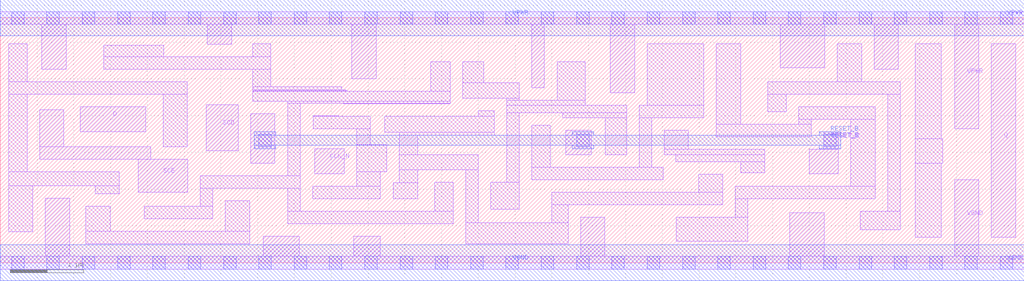
<source format=lef>
# Copyright 2020 The SkyWater PDK Authors
#
# Licensed under the Apache License, Version 2.0 (the "License");
# you may not use this file except in compliance with the License.
# You may obtain a copy of the License at
#
#     https://www.apache.org/licenses/LICENSE-2.0
#
# Unless required by applicable law or agreed to in writing, software
# distributed under the License is distributed on an "AS IS" BASIS,
# WITHOUT WARRANTIES OR CONDITIONS OF ANY KIND, either express or implied.
# See the License for the specific language governing permissions and
# limitations under the License.
#
# SPDX-License-Identifier: Apache-2.0

VERSION 5.7 ;
  NAMESCASESENSITIVE ON ;
  NOWIREEXTENSIONATPIN ON ;
  DIVIDERCHAR "/" ;
  BUSBITCHARS "[]" ;
UNITS
  DATABASE MICRONS 200 ;
END UNITS
MACRO sky130_fd_sc_ls__sdfrtn_1
  CLASS CORE ;
  SOURCE USER ;
  FOREIGN sky130_fd_sc_ls__sdfrtn_1 ;
  ORIGIN  0.000000  0.000000 ;
  SIZE  13.92000 BY  3.330000 ;
  SYMMETRY X Y R90 ;
  SITE unit ;
  PIN D
    ANTENNAGATEAREA  0.159000 ;
    DIRECTION INPUT ;
    USE SIGNAL ;
    PORT
      LAYER li1 ;
        RECT 1.085000 1.780000 1.980000 2.120000 ;
    END
  END D
  PIN Q
    ANTENNADIFFAREA  0.546900 ;
    DIRECTION OUTPUT ;
    USE SIGNAL ;
    PORT
      LAYER li1 ;
        RECT 13.475000 0.350000 13.805000 2.980000 ;
    END
  END Q
  PIN RESET_B
    ANTENNAGATEAREA  0.411000 ;
    DIRECTION INPUT ;
    USE SIGNAL ;
    PORT
      LAYER li1 ;
        RECT  3.405000 1.355000  3.735000 2.025000 ;
        RECT  7.685000 1.470000  8.035000 1.800000 ;
        RECT 10.995000 1.210000 11.395000 1.540000 ;
        RECT 11.195000 1.540000 11.395000 1.780000 ;
      LAYER mcon ;
        RECT  3.515000 1.580000  3.685000 1.750000 ;
        RECT  7.835000 1.580000  8.005000 1.750000 ;
        RECT 11.195000 1.580000 11.365000 1.750000 ;
      LAYER met1 ;
        RECT  3.455000 1.550000  3.745000 1.595000 ;
        RECT  3.455000 1.595000 11.425000 1.735000 ;
        RECT  3.455000 1.735000  3.745000 1.780000 ;
        RECT  7.775000 1.550000  8.065000 1.595000 ;
        RECT  7.775000 1.735000  8.065000 1.780000 ;
        RECT 11.135000 1.550000 11.425000 1.595000 ;
        RECT 11.135000 1.735000 11.425000 1.780000 ;
    END
  END RESET_B
  PIN SCD
    ANTENNAGATEAREA  0.159000 ;
    DIRECTION INPUT ;
    USE SIGNAL ;
    PORT
      LAYER li1 ;
        RECT 2.800000 1.525000 3.235000 2.150000 ;
    END
  END SCD
  PIN SCE
    ANTENNAGATEAREA  0.318000 ;
    DIRECTION INPUT ;
    USE SIGNAL ;
    PORT
      LAYER li1 ;
        RECT 0.535000 1.410000 2.045000 1.580000 ;
        RECT 0.535000 1.580000 0.865000 2.080000 ;
        RECT 1.875000 0.955000 2.550000 1.410000 ;
    END
  END SCE
  PIN CLK_N
    ANTENNAGATEAREA  0.261000 ;
    DIRECTION INPUT ;
    USE CLOCK ;
    PORT
      LAYER li1 ;
        RECT 4.275000 1.210000 4.675000 1.550000 ;
    END
  END CLK_N
  PIN VGND
    DIRECTION INOUT ;
    SHAPE ABUTMENT ;
    USE GROUND ;
    PORT
      LAYER li1 ;
        RECT  0.000000 -0.085000 13.920000 0.085000 ;
        RECT  0.615000  0.085000  0.945000 0.880000 ;
        RECT  3.575000  0.085000  4.065000 0.360000 ;
        RECT  4.805000  0.085000  5.165000 0.360000 ;
        RECT  7.890000  0.085000  8.220000 0.620000 ;
        RECT 10.730000  0.085000 11.200000 0.680000 ;
        RECT 12.975000  0.085000 13.305000 1.130000 ;
      LAYER mcon ;
        RECT  0.155000 -0.085000  0.325000 0.085000 ;
        RECT  0.635000 -0.085000  0.805000 0.085000 ;
        RECT  1.115000 -0.085000  1.285000 0.085000 ;
        RECT  1.595000 -0.085000  1.765000 0.085000 ;
        RECT  2.075000 -0.085000  2.245000 0.085000 ;
        RECT  2.555000 -0.085000  2.725000 0.085000 ;
        RECT  3.035000 -0.085000  3.205000 0.085000 ;
        RECT  3.515000 -0.085000  3.685000 0.085000 ;
        RECT  3.995000 -0.085000  4.165000 0.085000 ;
        RECT  4.475000 -0.085000  4.645000 0.085000 ;
        RECT  4.955000 -0.085000  5.125000 0.085000 ;
        RECT  5.435000 -0.085000  5.605000 0.085000 ;
        RECT  5.915000 -0.085000  6.085000 0.085000 ;
        RECT  6.395000 -0.085000  6.565000 0.085000 ;
        RECT  6.875000 -0.085000  7.045000 0.085000 ;
        RECT  7.355000 -0.085000  7.525000 0.085000 ;
        RECT  7.835000 -0.085000  8.005000 0.085000 ;
        RECT  8.315000 -0.085000  8.485000 0.085000 ;
        RECT  8.795000 -0.085000  8.965000 0.085000 ;
        RECT  9.275000 -0.085000  9.445000 0.085000 ;
        RECT  9.755000 -0.085000  9.925000 0.085000 ;
        RECT 10.235000 -0.085000 10.405000 0.085000 ;
        RECT 10.715000 -0.085000 10.885000 0.085000 ;
        RECT 11.195000 -0.085000 11.365000 0.085000 ;
        RECT 11.675000 -0.085000 11.845000 0.085000 ;
        RECT 12.155000 -0.085000 12.325000 0.085000 ;
        RECT 12.635000 -0.085000 12.805000 0.085000 ;
        RECT 13.115000 -0.085000 13.285000 0.085000 ;
        RECT 13.595000 -0.085000 13.765000 0.085000 ;
      LAYER met1 ;
        RECT 0.000000 -0.245000 13.920000 0.245000 ;
    END
  END VGND
  PIN VPWR
    DIRECTION INOUT ;
    SHAPE ABUTMENT ;
    USE POWER ;
    PORT
      LAYER li1 ;
        RECT  0.000000 3.245000 13.920000 3.415000 ;
        RECT  0.565000 2.630000  0.895000 3.245000 ;
        RECT  2.815000 2.970000  3.145000 3.245000 ;
        RECT  4.780000 2.500000  5.110000 3.245000 ;
        RECT  7.225000 2.380000  7.395000 3.245000 ;
        RECT  8.295000 2.310000  8.625000 3.245000 ;
        RECT 10.605000 2.650000 11.210000 3.245000 ;
        RECT 11.880000 2.630000 12.210000 3.245000 ;
        RECT 12.975000 1.820000 13.305000 3.245000 ;
      LAYER mcon ;
        RECT  0.155000 3.245000  0.325000 3.415000 ;
        RECT  0.635000 3.245000  0.805000 3.415000 ;
        RECT  1.115000 3.245000  1.285000 3.415000 ;
        RECT  1.595000 3.245000  1.765000 3.415000 ;
        RECT  2.075000 3.245000  2.245000 3.415000 ;
        RECT  2.555000 3.245000  2.725000 3.415000 ;
        RECT  3.035000 3.245000  3.205000 3.415000 ;
        RECT  3.515000 3.245000  3.685000 3.415000 ;
        RECT  3.995000 3.245000  4.165000 3.415000 ;
        RECT  4.475000 3.245000  4.645000 3.415000 ;
        RECT  4.955000 3.245000  5.125000 3.415000 ;
        RECT  5.435000 3.245000  5.605000 3.415000 ;
        RECT  5.915000 3.245000  6.085000 3.415000 ;
        RECT  6.395000 3.245000  6.565000 3.415000 ;
        RECT  6.875000 3.245000  7.045000 3.415000 ;
        RECT  7.355000 3.245000  7.525000 3.415000 ;
        RECT  7.835000 3.245000  8.005000 3.415000 ;
        RECT  8.315000 3.245000  8.485000 3.415000 ;
        RECT  8.795000 3.245000  8.965000 3.415000 ;
        RECT  9.275000 3.245000  9.445000 3.415000 ;
        RECT  9.755000 3.245000  9.925000 3.415000 ;
        RECT 10.235000 3.245000 10.405000 3.415000 ;
        RECT 10.715000 3.245000 10.885000 3.415000 ;
        RECT 11.195000 3.245000 11.365000 3.415000 ;
        RECT 11.675000 3.245000 11.845000 3.415000 ;
        RECT 12.155000 3.245000 12.325000 3.415000 ;
        RECT 12.635000 3.245000 12.805000 3.415000 ;
        RECT 13.115000 3.245000 13.285000 3.415000 ;
        RECT 13.595000 3.245000 13.765000 3.415000 ;
      LAYER met1 ;
        RECT 0.000000 3.085000 13.920000 3.575000 ;
    END
  END VPWR
  OBS
    LAYER li1 ;
      RECT  0.115000 0.420000  0.445000 1.050000 ;
      RECT  0.115000 1.050000  1.620000 1.240000 ;
      RECT  0.115000 1.240000  0.365000 2.290000 ;
      RECT  0.115000 2.290000  2.545000 2.460000 ;
      RECT  0.115000 2.460000  0.365000 2.980000 ;
      RECT  1.165000 0.255000  3.390000 0.425000 ;
      RECT  1.165000 0.425000  1.495000 0.765000 ;
      RECT  1.290000 0.935000  1.620000 1.050000 ;
      RECT  1.405000 2.630000  3.680000 2.800000 ;
      RECT  1.405000 2.800000  2.220000 2.960000 ;
      RECT  1.955000 0.595000  2.890000 0.765000 ;
      RECT  2.215000 1.580000  2.545000 2.290000 ;
      RECT  2.720000 0.765000  2.890000 1.015000 ;
      RECT  2.720000 1.015000  4.075000 1.185000 ;
      RECT  3.060000 0.425000  3.390000 0.845000 ;
      RECT  3.430000 2.195000  6.115000 2.330000 ;
      RECT  3.430000 2.330000  4.720000 2.340000 ;
      RECT  3.430000 2.340000  4.700000 2.350000 ;
      RECT  3.430000 2.350000  4.645000 2.395000 ;
      RECT  3.430000 2.395000  3.680000 2.630000 ;
      RECT  3.430000 2.800000  3.680000 2.980000 ;
      RECT  3.905000 0.530000  6.155000 0.700000 ;
      RECT  3.905000 0.700000  4.075000 1.015000 ;
      RECT  3.905000 1.185000  4.075000 2.170000 ;
      RECT  3.905000 2.170000  6.115000 2.195000 ;
      RECT  4.245000 0.870000  5.165000 1.040000 ;
      RECT  4.255000 1.820000  5.030000 1.990000 ;
      RECT  4.255000 1.990000  4.600000 2.000000 ;
      RECT  4.660000 2.160000  6.115000 2.170000 ;
      RECT  4.845000 1.040000  5.165000 1.235000 ;
      RECT  4.845000 1.235000  5.255000 1.605000 ;
      RECT  4.845000 1.605000  5.030000 1.820000 ;
      RECT  5.230000 1.775000  6.715000 1.990000 ;
      RECT  5.345000 0.870000  5.675000 1.085000 ;
      RECT  5.425000 1.085000  5.675000 1.265000 ;
      RECT  5.425000 1.265000  6.495000 1.465000 ;
      RECT  5.425000 1.465000  5.675000 1.735000 ;
      RECT  5.425000 1.735000  6.715000 1.775000 ;
      RECT  5.855000 2.330000  6.115000 2.735000 ;
      RECT  5.905000 0.700000  6.155000 1.095000 ;
      RECT  6.285000 2.235000  7.055000 2.445000 ;
      RECT  6.285000 2.445000  6.570000 2.735000 ;
      RECT  6.325000 0.255000  7.720000 0.545000 ;
      RECT  6.325000 0.545000  6.495000 1.265000 ;
      RECT  6.495000 1.990000  6.715000 2.065000 ;
      RECT  6.665000 0.725000  7.055000 1.095000 ;
      RECT  6.885000 1.095000  7.055000 2.040000 ;
      RECT  6.885000 2.040000  8.520000 2.140000 ;
      RECT  6.885000 2.140000  7.950000 2.210000 ;
      RECT  6.885000 2.210000  7.055000 2.235000 ;
      RECT  7.225000 1.130000  9.010000 1.300000 ;
      RECT  7.225000 1.300000  7.475000 1.870000 ;
      RECT  7.495000 0.545000  7.720000 0.790000 ;
      RECT  7.495000 0.790000  9.825000 0.960000 ;
      RECT  7.575000 2.210000  7.950000 2.735000 ;
      RECT  7.645000 1.970000  8.520000 2.040000 ;
      RECT  8.225000 1.470000  8.520000 1.970000 ;
      RECT  8.690000 1.300000  8.860000 1.970000 ;
      RECT  8.690000 1.970000  9.565000 2.140000 ;
      RECT  8.795000 2.140000  9.565000 2.980000 ;
      RECT  9.030000 1.470000 10.395000 1.540000 ;
      RECT  9.030000 1.540000  9.350000 1.800000 ;
      RECT  9.180000 1.370000 10.395000 1.470000 ;
      RECT  9.190000 0.290000 10.165000 0.620000 ;
      RECT  9.495000 0.960000  9.825000 1.200000 ;
      RECT  9.735000 1.710000 11.025000 1.880000 ;
      RECT  9.735000 1.880000 10.065000 2.980000 ;
      RECT  9.995000 0.620000 10.165000 0.870000 ;
      RECT  9.995000 0.870000 11.895000 1.040000 ;
      RECT 10.065000 1.225000 10.395000 1.370000 ;
      RECT 10.435000 2.050000 10.685000 2.290000 ;
      RECT 10.435000 2.290000 12.235000 2.460000 ;
      RECT 10.855000 1.880000 11.025000 1.950000 ;
      RECT 10.855000 1.950000 11.895000 2.120000 ;
      RECT 11.380000 2.460000 11.710000 2.980000 ;
      RECT 11.565000 1.040000 11.895000 1.950000 ;
      RECT 11.690000 0.450000 12.235000 0.700000 ;
      RECT 12.065000 0.700000 12.235000 2.290000 ;
      RECT 12.440000 0.350000 12.795000 1.355000 ;
      RECT 12.440000 1.355000 12.810000 1.685000 ;
      RECT 12.440000 1.685000 12.795000 2.980000 ;
  END
END sky130_fd_sc_ls__sdfrtn_1

</source>
